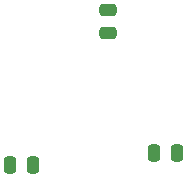
<source format=gbr>
%TF.GenerationSoftware,KiCad,Pcbnew,7.0.5-0*%
%TF.CreationDate,2023-07-02T04:04:51-04:00*%
%TF.ProjectId,Tutorial,5475746f-7269-4616-9c2e-6b696361645f,rev?*%
%TF.SameCoordinates,Original*%
%TF.FileFunction,Paste,Bot*%
%TF.FilePolarity,Positive*%
%FSLAX46Y46*%
G04 Gerber Fmt 4.6, Leading zero omitted, Abs format (unit mm)*
G04 Created by KiCad (PCBNEW 7.0.5-0) date 2023-07-02 04:04:51*
%MOMM*%
%LPD*%
G01*
G04 APERTURE LIST*
G04 Aperture macros list*
%AMRoundRect*
0 Rectangle with rounded corners*
0 $1 Rounding radius*
0 $2 $3 $4 $5 $6 $7 $8 $9 X,Y pos of 4 corners*
0 Add a 4 corners polygon primitive as box body*
4,1,4,$2,$3,$4,$5,$6,$7,$8,$9,$2,$3,0*
0 Add four circle primitives for the rounded corners*
1,1,$1+$1,$2,$3*
1,1,$1+$1,$4,$5*
1,1,$1+$1,$6,$7*
1,1,$1+$1,$8,$9*
0 Add four rect primitives between the rounded corners*
20,1,$1+$1,$2,$3,$4,$5,0*
20,1,$1+$1,$4,$5,$6,$7,0*
20,1,$1+$1,$6,$7,$8,$9,0*
20,1,$1+$1,$8,$9,$2,$3,0*%
G04 Aperture macros list end*
%ADD10RoundRect,0.250000X0.475000X-0.250000X0.475000X0.250000X-0.475000X0.250000X-0.475000X-0.250000X0*%
%ADD11RoundRect,0.250000X0.250000X0.475000X-0.250000X0.475000X-0.250000X-0.475000X0.250000X-0.475000X0*%
%ADD12RoundRect,0.250000X-0.250000X-0.475000X0.250000X-0.475000X0.250000X0.475000X-0.250000X0.475000X0*%
G04 APERTURE END LIST*
D10*
%TO.C,C5*%
X81756250Y-49368750D03*
X81756250Y-47468750D03*
%TD*%
D11*
%TO.C,C1*%
X75350000Y-60600000D03*
X73450000Y-60600000D03*
%TD*%
D12*
%TO.C,C4*%
X85650000Y-59600000D03*
X87550000Y-59600000D03*
%TD*%
M02*

</source>
